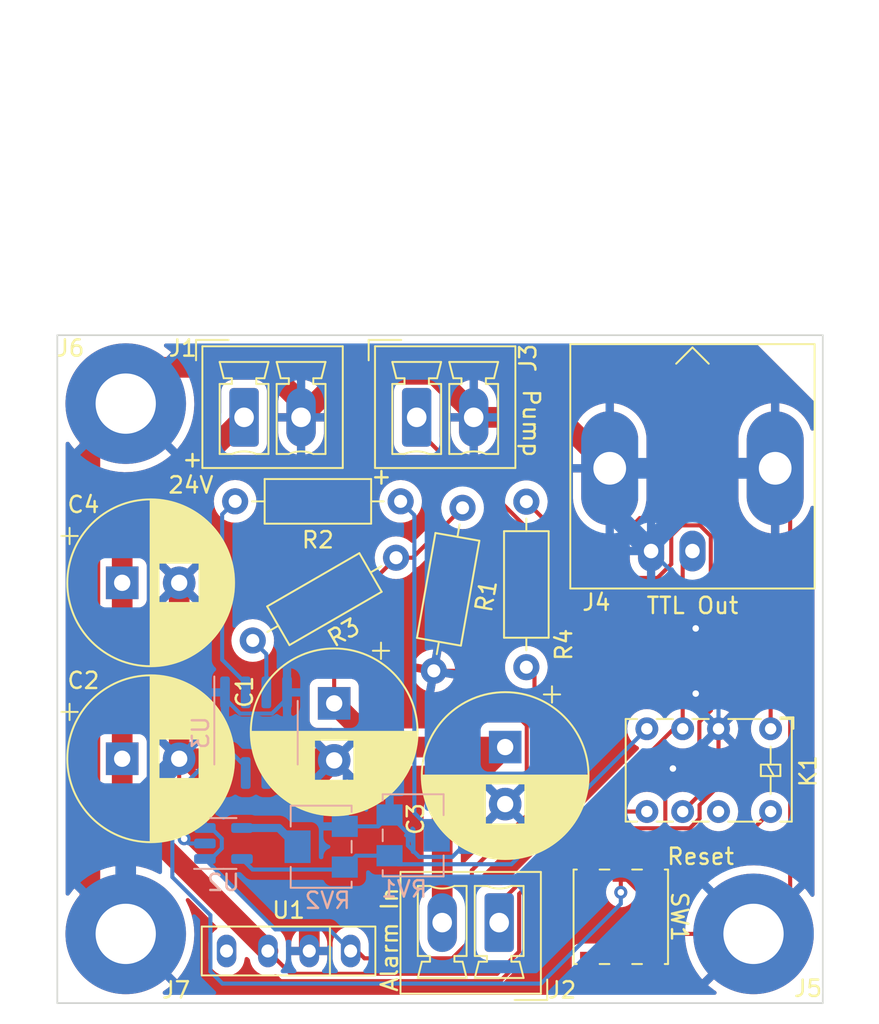
<source format=kicad_pcb>
(kicad_pcb (version 20211014) (generator pcbnew)
  (layers (0 "F.Cu" signal) (31 "B.Cu" signal) (34 "B.Paste" user) (35 "F.Paste" user) (36 "B.SilkS" user "B.Silkscreen") (37 "F.SilkS" user "F.Silkscreen") (38 "B.Mask" user) (39 "F.Mask" user) (44 "Edge.Cuts" user))
  (net 0 "")
  (net 1 "Delayed_Interlock")
  (net 2 "GND")
  (net 3 "+24V")
  (net 4 "TTL_Out")
  (net 5 "Net-(J3-Pad1)")
  (net 6 "Net-(K1-Pad1)")
  (net 7 "5.5V")
  (net 9 "Coil-")
  (net 10 "Threshold")
  (net 11 "Net-(R2-Pad2)")
  (net 12 "Net-(R3-Pad2)")
  (net 13 "6V")
  (net 14 "Net-(RV2-Pad2)")
  (footprint "Resistor_THT:R_Axial_DIN0207_L6.3mm_D2.5mm_P10.16mm_Horizontal" (layer "F.Cu") (at 188.799409 63.66 -150)
    (fp_text reference "R3" (at 5.08 -2.37 30) (layer "F.SilkS"))
    (fp_text value "0")
    (pad "1" thru_hole circle (at 0 0 210) (size 1.6 1.6) (drill 0.8) (layers *.Cu *.Mask) (net 1 "Delayed_Interlock"))
    (pad "2" thru_hole oval (at 10.16 0 210) (size 1.6 1.6) (drill 0.8) (layers *.Cu *.Mask) (net 12 "Net-(R3-Pad2)"))
  )
  (footprint "Connector_Coaxial:BNC_Amphenol_B6252HB-NPP3G-50_Horizontal" (layer "F.Cu") (at 207 63.25)
    (fp_text reference "J4" (at -5.9 3.15) (layer "F.SilkS"))
    (fp_text value "TTL Out")
    (pad "1" thru_hole oval (at 0 0) (size 1.6 2.5) (drill 0.89) (layers *.Cu *.Mask) (net 4 "TTL_Out"))
    (pad "2" thru_hole oval (at 5.08 -5.08) (size 3.5 7) (drill 2.01) (layers *.Cu *.Mask) (net 2 "GND"))
    (pad "2" thru_hole oval (at -2.54 0) (size 1.6 2.5) (drill 0.89) (layers *.Cu *.Mask) (net 2 "GND"))
    (pad "2" thru_hole oval (at -5.08 -5.08) (size 3.5 7) (drill 2.01) (layers *.Cu *.Mask) (net 2 "GND"))
  )
  (footprint "MountingHole:MountingHole_3.7mm_Pad" (layer "F.Cu") (at 210.75 86.75)
    (fp_text reference "J5" (at 3.35 3.35) (layer "F.SilkS"))
    (fp_text value "Conn_01x01_Female")
    (pad "1" thru_hole circle (at 0 0) (size 7.4 7.4) (drill 3.7) (layers *.Cu *.Mask) (net 2 "GND"))
  )
  (footprint "Regulator2:D24V5F" (layer "F.Cu") (at 182.2 87.8 180)
    (fp_text reference "U1" (at 0 2.5) (layer "F.SilkS"))
    (fp_text value "D24V5F")
    (pad "1" thru_hole oval (at -3.81 0 180) (size 1.2 2) (drill 0.8) (layers *.Cu *.Mask) (net 13 "6V"))
    (pad "2" thru_hole oval (at -1.27 0 180) (size 1.2 2) (drill 0.8) (layers *.Cu *.Mask) (net 2 "GND"))
    (pad "3" thru_hole oval (at 1.27 0 180) (size 1.2 2) (drill 0.8) (layers *.Cu *.Mask) (net 3 "+24V"))
    (pad "4" thru_hole oval (at 3.81 0 180) (size 1.2 2) (drill 0.8) (layers *.Cu *.Mask))
  )
  (footprint "Relay_THT:Relay_DPDT_AXICOM_IMSeries_Pitch5.08mm" (layer "F.Cu") (at 211.8 74.16 -90)
    (fp_text reference "K1" (at 2.6 -2.3 90) (layer "F.SilkS"))
    (fp_text value "IM23")
    (pad "1" thru_hole circle (at 0 0 270) (size 1.4 1.4) (drill 0.7) (layers *.Cu *.Mask) (net 6 "Net-(K1-Pad1)"))
    (pad "2" thru_hole circle (at 0 3.2 270) (size 1.4 1.4) (drill 0.7) (layers *.Cu *.Mask) (net 2 "GND"))
    (pad "3" thru_hole circle (at 0 5.4 270) (size 1.4 1.4) (drill 0.7) (layers *.Cu *.Mask) (net 4 "TTL_Out"))
    (pad "4" thru_hole circle (at 0 7.6 270) (size 1.4 1.4) (drill 0.7) (layers *.Cu *.Mask) (net 7 "5.5V"))
    (pad "5" thru_hole circle (at 5.08 7.6 270) (size 1.4 1.4) (drill 0.7) (layers *.Cu *.Mask) (net 3 "+24V"))
    (pad "6" thru_hole circle (at 5.08 5.4 270) (size 1.4 1.4) (drill 0.7) (layers *.Cu *.Mask) (net 5 "Net-(J3-Pad1)"))
    (pad "7" thru_hole circle (at 5.08 3.2 270) (size 1.4 1.4) (drill 0.7) (layers *.Cu *.Mask))
    (pad "8" thru_hole circle (at 5.08 0 270) (size 1.4 1.4) (drill 0.7) (layers *.Cu *.Mask) (net 9 "Coil-"))
  )
  (footprint "Connector_Phoenix_MC:PhoenixContact_MCV_1,5_2-G-3.5_1x02_P3.50mm_Vertical" (layer "F.Cu") (at 195.1325 86.0575 180)
    (fp_text reference "J2" (at -3.8675 -4.1425) (layer "F.SilkS"))
    (fp_text value "Alarm In")
    (pad "1" thru_hole roundrect (at 0 0 180) (size 1.8 3.6) (drill 1.2) (layers *.Cu *.Mask) (roundrect_rratio 0.138889) (net 4 "TTL_Out"))
    (pad "2" thru_hole oval (at 3.5 0 180) (size 1.8 3.6) (drill 1.2) (layers *.Cu *.Mask) (net 1 "Delayed_Interlock"))
  )
  (footprint "Capacitor_THT:CP_Radial_D10.0mm_P3.50mm" (layer "F.Cu") (at 171.982323 76)
    (fp_text reference "C2" (at -2.382323 -4.8) (layer "F.SilkS"))
    (fp_text value "470u")
    (pad "1" thru_hole rect (at 0 0) (size 2 2) (drill 1) (layers *.Cu *.Mask) (net 3 "+24V"))
    (pad "2" thru_hole circle (at 3.5 0) (size 2 2) (drill 1) (layers *.Cu *.Mask) (net 2 "GND"))
  )
  (footprint "Resistor_THT:R_Axial_DIN0207_L6.3mm_D2.5mm_P10.16mm_Horizontal" (layer "F.Cu") (at 192.882133 60.597177 -100)
    (fp_text reference "R1" (at 5.08 -2.37 80) (layer "F.SilkS"))
    (fp_text value "100k")
    (pad "1" thru_hole circle (at 0 0 260) (size 1.6 1.6) (drill 0.8) (layers *.Cu *.Mask) (net 1 "Delayed_Interlock"))
    (pad "2" thru_hole oval (at 10.16 0 260) (size 1.6 1.6) (drill 0.8) (layers *.Cu *.Mask) (net 2 "GND"))
  )
  (footprint "Connector_Phoenix_MC:PhoenixContact_MCV_1,5_2-G-3.5_1x02_P3.50mm_Vertical" (layer "F.Cu") (at 179.4675 55.0425)
    (fp_text reference "J1" (at -3.7675 -4.2425) (layer "F.SilkS"))
    (fp_text value "24V In")
    (pad "1" thru_hole roundrect (at 0 0) (size 1.8 3.6) (drill 1.2) (layers *.Cu *.Mask) (roundrect_rratio 0.138889) (net 3 "+24V"))
    (pad "2" thru_hole oval (at 3.5 0) (size 1.8 3.6) (drill 1.2) (layers *.Cu *.Mask) (net 2 "GND"))
  )
  (footprint "Capacitor_THT:CP_Radial_D10.0mm_P3.50mm" (layer "F.Cu") (at 171.982323 65.2)
    (fp_text reference "C4" (at -2.382323 -4.8) (layer "F.SilkS"))
    (fp_text value "470u")
    (pad "1" thru_hole rect (at 0 0) (size 2 2) (drill 1) (layers *.Cu *.Mask) (net 3 "+24V"))
    (pad "2" thru_hole circle (at 3.5 0) (size 2 2) (drill 1) (layers *.Cu *.Mask) (net 2 "GND"))
  )
  (footprint "MountingHole:MountingHole_3.7mm_Pad" (layer "F.Cu") (at 172.2 86.75)
    (fp_text reference "J7" (at 3.1 3.45) (layer "F.SilkS"))
    (fp_text value "Conn_01x01_Female")
    (pad "1" thru_hole circle (at 0 0) (size 7.4 7.4) (drill 3.7) (layers *.Cu *.Mask) (net 2 "GND"))
  )
  (footprint "Resistor_THT:R_Axial_DIN0207_L6.3mm_D2.5mm_P10.16mm_Horizontal" (layer "F.Cu") (at 196.8 60.22 -90)
    (fp_text reference "R4" (at 8.78 -2.3 90) (layer "F.SilkS"))
    (fp_text value "25")
    (pad "1" thru_hole circle (at 0 0 270) (size 1.6 1.6) (drill 0.8) (layers *.Cu *.Mask) (net 6 "Net-(K1-Pad1)"))
    (pad "2" thru_hole oval (at 10.16 0 270) (size 1.6 1.6) (drill 0.8) (layers *.Cu *.Mask) (net 13 "6V"))
  )
  (footprint "Capacitor_THT:CP_Radial_D10.0mm_P3.50mm" (layer "F.Cu") (at 185 72.6 -90)
    (fp_text reference "C1" (at -0.7 5.5 90) (layer "F.SilkS"))
    (fp_text value "470u")
    (pad "1" thru_hole rect (at 0 0 270) (size 2 2) (drill 1) (layers *.Cu *.Mask) (net 1 "Delayed_Interlock"))
    (pad "2" thru_hole circle (at 3.5 0 270) (size 2 2) (drill 1) (layers *.Cu *.Mask) (net 2 "GND"))
  )
  (footprint "Capacitor_THT:CP_Radial_D10.0mm_P3.50mm" (layer "F.Cu") (at 195.5 75.282323 -90)
    (fp_text reference "C3" (at 4.417677 5.5 90) (layer "F.SilkS"))
    (fp_text value "470u")
    (pad "1" thru_hole rect (at 0 0 270) (size 2 2) (drill 1) (layers *.Cu *.Mask) (net 1 "Delayed_Interlock"))
    (pad "2" thru_hole circle (at 3.5 0 270) (size 2 2) (drill 1) (layers *.Cu *.Mask) (net 2 "GND"))
  )
  (footprint "Button_Switch2:E-Switch_TL2233" (layer "F.Cu") (at 202.6 85.7 -90)
    (fp_text reference "SW1" (at 0 -3.6 -90 unlocked) (layer "F.SilkS"))
    (fp_text value "Reset")
    (pad "1" smd rect (at -3.325 -2 270) (size 2.35 1) (layers "F.Cu" "F.Paste" "F.Mask"))
    (pad "2" smd rect (at -3.325 0 270) (size 2.35 1) (layers "F.Cu" "F.Paste" "F.Mask") (net 9 "Coil-"))
    (pad "3" smd rect (at -3.325 2 270) (size 2.35 1) (layers "F.Cu" "F.Paste" "F.Mask") (net 2 "GND"))
    (pad "4" smd rect (at 3.325 -2 270) (size 2.35 1) (layers "F.Cu" "F.Paste" "F.Mask"))
    (pad "5" smd rect (at 3.325 0 270) (size 2.35 1) (layers "F.Cu" "F.Paste" "F.Mask"))
    (pad "6" smd rect (at 3.325 2 270) (size 2.35 1) (layers "F.Cu" "F.Paste" "F.Mask"))
  )
  (footprint "Resistor_THT:R_Axial_DIN0207_L6.3mm_D2.5mm_P10.16mm_Horizontal" (layer "F.Cu") (at 189.08 60.2 180)
    (fp_text reference "R2" (at 5.08 -2.37) (layer "F.SilkS"))
    (fp_text value "0")
    (pad "1" thru_hole circle (at 0 0 180) (size 1.6 1.6) (drill 0.8) (layers *.Cu *.Mask) (net 10 "Threshold"))
    (pad "2" thru_hole oval (at 10.16 0 180) (size 1.6 1.6) (drill 0.8) (layers *.Cu *.Mask) (net 11 "Net-(R2-Pad2)"))
  )
  (footprint "MountingHole:MountingHole_3.7mm_Pad" (layer "F.Cu") (at 172.2 54.2)
    (fp_text reference "J6" (at -3.4 -3.4) (layer "F.SilkS"))
    (fp_text value "Conn_01x01_Female")
    (pad "1" thru_hole circle (at 0 0) (size 7.4 7.4) (drill 3.7) (layers *.Cu *.Mask) (net 2 "GND"))
  )
  (footprint "Connector_Phoenix_MC:PhoenixContact_MCV_1,5_2-G-3.5_1x02_P3.50mm_Vertical" (layer "F.Cu") (at 190.0675 55.0425)
    (fp_text reference "J3" (at 6.8325 -3.6425 90) (layer "F.SilkS"))
    (fp_text value "Pump Power")
    (pad "1" thru_hole roundrect (at 0 0) (size 1.8 3.6) (drill 1.2) (layers *.Cu *.Mask) (roundrect_rratio 0.138889) (net 5 "Net-(J3-Pad1)"))
    (pad "2" thru_hole oval (at 3.5 0) (size 1.8 3.6) (drill 1.2) (layers *.Cu *.Mask) (net 2 "GND"))
  )
  (footprint "Potentiometer_SMD:Potentiometer_Bourns_3214W_Vertical" (layer "B.Cu") (at 189.85 80.7 -90)
    (fp_text reference "RV1" (at 3.3 0.55 180) (layer "B.SilkS") (effects (justify mirror)))
    (fp_text value "10k")
    (pad "1" smd rect (at 1.25 1.45 270) (size 1.3 1.6) (layers "B.Cu" "B.Paste" "B.Mask") (net 7 "5.5V"))
    (pad "2" smd rect (at 0 -1.45 270) (size 2 1.6) (layers "B.Cu" "B.Paste" "B.Mask") (net 10 "Threshold"))
    (pad "3" smd rect (at -1.25 1.45 270) (size 1.3 1.6) (layers "B.Cu" "B.Paste" "B.Mask") (net 2 "GND"))
  )
  (footprint "Package_TO_SOT_SMD:SOT-23-5" (layer "B.Cu") (at 178.2 81.2)
    (fp_text reference "U2" (at 0 2.4) (layer "B.SilkS") (effects (justify mirror)))
    (fp_text value "AP2126K-ADJ")
    (pad "1" smd roundrect (at -1.1375 0.95) (size 1.325 0.6) (layers "B.Cu" "B.Paste" "B.Mask") (net 13 "6V"))
    (pad "2" smd roundrect (at -1.1375 0) (size 1.325 0.6) (layers "B.Cu" "B.Paste" "B.Mask") (net 2 "GND"))
    (pad "3" smd roundrect (at -1.1375 -0.95) (size 1.325 0.6) (layers "B.Cu" "B.Paste" "B.Mask") (net 13 "6V"))
    (pad "4" smd roundrect (at 1.1375 -0.95) (size 1.325 0.6) (layers "B.Cu" "B.Paste" "B.Mask") (net 14 "Net-(RV2-Pad2)"))
    (pad "5" smd roundrect (at 1.1375 0.95) (size 1.325 0.6) (layers "B.Cu" "B.Paste" "B.Mask") (net 7 "5.5V"))
  )
  (footprint "Package_SO:SOIC-8_3.9x4.9mm_P1.27mm" (layer "B.Cu") (at 180.2 74.4 -90)
    (fp_text reference "U3" (at 0 3.4 90) (layer "B.SilkS") (effects (justify mirror)))
    (fp_text value "LM311")
    (pad "1" smd roundrect (at -2.475 1.905 270) (size 1.95 0.6) (layers "B.Cu" "B.Paste" "B.Mask") (net 2 "GND"))
    (pad "2" smd roundrect (at -2.475 0.635 270) (size 1.95 0.6) (layers "B.Cu" "B.Paste" "B.Mask") (net 11 "Net-(R2-Pad2)"))
    (pad "3" smd roundrect (at -2.475 -0.635 270) (size 1.95 0.6) (layers "B.Cu" "B.Paste" "B.Mask") (net 12 "Net-(R3-Pad2)"))
    (pad "4" smd roundrect (at -2.475 -1.905 270) (size 1.95 0.6) (layers "B.Cu" "B.Paste" "B.Mask") (net 2 "GND"))
    (pad "5" smd roundrect (at 2.475 -1.905 270) (size 1.95 0.6) (layers "B.Cu" "B.Paste" "B.Mask"))
    (pad "6" smd roundrect (at 2.475 -0.635 270) (size 1.95 0.6) (layers "B.Cu" "B.Paste" "B.Mask"))
    (pad "7" smd roundrect (at 2.475 0.635 270) (size 1.95 0.6) (layers "B.Cu" "B.Paste" "B.Mask") (net 9 "Coil-"))
    (pad "8" smd roundrect (at 2.475 1.905 270) (size 1.95 0.6) (layers "B.Cu" "B.Paste" "B.Mask") (net 13 "6V"))
  )
  (footprint "Potentiometer_SMD:Potentiometer_Bourns_3214W_Vertical" (layer "B.Cu") (at 184.2 81.4 90)
    (fp_text reference "RV2" (at -3.3 0.4 180) (layer "B.SilkS") (effects (justify mirror)))
    (fp_text value "10k")
    (pad "1" smd rect (at 1.25 1.45 90) (size 1.3 1.6) (layers "B.Cu" "B.Paste" "B.Mask") (net 2 "GND"))
    (pad "2" smd rect (at 0 -1.45 90) (size 2 1.6) (layers "B.Cu" "B.Paste" "B.Mask") (net 14 "Net-(RV2-Pad2)"))
    (pad "3" smd rect (at -1.25 1.45 90) (size 1.3 1.6) (layers "B.Cu" "B.Paste" "B.Mask") (net 7 "5.5V"))
  )
  (gr_line (start 168 91) (end 215 91) (layer "Edge.Cuts") (width 0.1))
  (gr_line (start 215 50) (end 168 50) (layer "Edge.Cuts") (width 0.1))
  (gr_line (start 168 50) (end 168 91) (layer "Edge.Cuts") (width 0.1))
  (gr_line (start 215 91) (end 215 50) (layer "Edge.Cuts") (width 0.1))
  (gr_text "24V" (at 176.2 59.2) (layer "F.SilkS") (effects (font (size 1 1))))
  (gr_text "Reset" (at 207.5 82) (layer "F.SilkS") (effects (font (size 1 1))))
  (gr_text "Pump" (at 197.1 55.4 270) (layer "F.SilkS") (effects (font (size 1 1))))
  (gr_text "Alarm In" (at 188.4 87.1 90) (layer "F.SilkS") (effects (font (size 1 1))))
  (gr_text "TTL Out" (at 207 66.6) (layer "F.SilkS") (effects (font (size 1 1))))
  (gr_text "+" (at 176.3 57.6) (layer "F.SilkS") (effects (font (size 1 1))))
  (gr_text "+" (at 187.9 58.65) (layer "F.SilkS") (effects (font (size 1 1))))
  (segment (start 191.6325 79.149823) (end 195.5 75.282323) (width 1.27) (layer "F.Cu") (net 1))
  (segment (start 185 72.6) (end 185 67.459409) (width 0.25) (layer "F.Cu") (net 1))
  (segment (start 191.6325 86.0575) (end 191.6325 79.149823) (width 1.27) (layer "F.Cu") (net 1))
  (segment (start 187.682323 75.282323) (end 185 72.6) (width 1.27) (layer "F.Cu") (net 1))
  (segment (start 185 67.459409) (end 188.799409 63.66) (width 0.25) (layer "F.Cu") (net 1))
  (segment (start 195.5 75.282323) (end 187.682323 75.282323) (width 1.27) (layer "F.Cu") (net 1))
  (segment (start 189.81931 63.66) (end 188.799409 63.66) (width 0.25) (layer "F.Cu") (net 1))
  (segment (start 192.882133 60.597177) (end 189.81931 63.66) (width 0.25) (layer "F.Cu") (net 1))
  (segment (start 175.1 89.65) (end 172.2 86.75) (width 0.25) (layer "F.Cu") (net 2))
  (segment (start 170 56.4) (end 170 84.55) (width 1.27) (layer "F.Cu") (net 2))
  (segment (start 182.9675 54.1425) (end 180.7975 51.9725) (width 1.27) (layer "F.Cu") (net 2))
  (segment (start 193.5675 55.0425) (end 198.7925 55.0425) (width 1.27) (layer "F.Cu") (net 2))
  (segment (start 170 84.55) (end 172.2 86.75) (width 1.27) (layer "F.Cu") (net 2))
  (segment (start 193.5675 54.808078) (end 191.159422 52.4) (width 1.27) (layer "F.Cu") (net 2))
  (segment (start 205.335 80.265) (end 206.835 80.265) (width 0.25) (layer "F.Cu") (net 2))
  (segment (start 205.8 76.6) (end 205.335 77.065) (width 0.25) (layer "F.Cu") (net 2))
  (segment (start 193.5675 58.578491) (end 193.5675 55.0425) (width 0.25) (layer "F.Cu") (net 2))
  (segment (start 198.239009 63.25) (end 193.5675 58.578491) (width 0.25) (layer "F.Cu") (net 2))
  (segment (start 193.5675 55.0425) (end 193.5675 54.808078) (width 1.27) (layer "F.Cu") (net 2))
  (segment (start 204.46 63.25) (end 198.239009 63.25) (width 0.25) (layer "F.Cu") (net 2))
  (segment (start 207.438198 78.838198) (end 208.6 77.676396) (width 0.25) (layer "F.Cu") (net 2))
  (segment (start 180.7975 51.9725) (end 174.4275 51.9725) (width 1.27) (layer "F.Cu") (net 2))
  (segment (start 172.2 54.2) (end 170 56.4) (width 1.27) (layer "F.Cu") (net 2))
  (segment (start 193.470501 70.602824) (end 191.117868 70.602824) (width 0.25) (layer "F.Cu") (net 2))
  (segment (start 202.035 80.265) (end 205.335 80.265) (width 0.25) (layer "F.Cu") (net 2))
  (segment (start 210.75 86.75) (end 213 84.5) (width 0.25) (layer "F.Cu") (net 2))
  (segment (start 195.189569 89.65) (end 175.1 89.65) (width 0.25) (layer "F.Cu") (net 2))
  (segment (start 207.2 72) (end 207.2 68) (width 0.25) (layer "F.Cu") (net 2))
  (segment (start 175.482323 76) (end 184.9 76) (width 1.27) (layer "F.Cu") (net 2))
  (segment (start 208.6 77.676396) (end 208.6 74.16) (width 0.25) (layer "F.Cu") (net 2))
  (segment (start 200.6 81.7) (end 202.035 80.265) (width 0.25) (layer "F.Cu") (net 2))
  (segment (start 198.089569 86.75) (end 195.189569 89.65) (width 0.25) (layer "F.Cu") (net 2))
  (segment (start 195.5 78.782323) (end 196.825 77.457323) (width 0.25) (layer "F.Cu") (net 2))
  (segment (start 207.438198 79.661802) (end 207.438198 78.838198) (width 0.25) (layer "F.Cu") (net 2))
  (segment (start 200.6 83.8) (end 203.55 86.75) (width 0.25) (layer "F.Cu") (net 2))
  (segment (start 205.335 77.065) (end 205.335 80.265) (width 0.25) (layer "F.Cu") (net 2))
  (segment (start 213 59.09) (end 212.08 58.17) (width 0.25) (layer "F.Cu") (net 2))
  (segment (start 185.61 52.4) (end 182.9675 55.0425) (width 1.27) (layer "F.Cu") (net 2))
  (segment (start 182.9675 55.0425) (end 182.9675 54.1425) (width 1.27) (layer "F.Cu") (net 2))
  (segment (start 183.47 77.63) (end 185 76.1) (width 1.27) (layer "F.Cu") (net 2))
  (segment (start 175.482323 80.606475) (end 175.482323 76) (width 0.25) (layer "F.Cu") (net 2))
  (segment (start 200.6 82.375) (end 200.6 83.8) (width 0.25) (layer "F.Cu") (net 2))
  (segment (start 191.159422 52.4) (end 185.61 52.4) (width 1.27) (layer "F.Cu") (net 2))
  (segment (start 200.6 82.375) (end 200.6 81.7) (width 0.25) (layer "F.Cu") (net 2))
  (segment (start 174.4275 51.9725) (end 172.2 54.2) (width 1.27) (layer "F.Cu") (net 2))
  (segment (start 183.47 87.8) (end 183.47 77.63) (width 1.27) (layer "F.Cu") (net 2))
  (segment (start 196.825 77.457323) (end 196.825 73.957323) (width 0.25) (layer "F.Cu") (net 2))
  (segment (start 206.835 80.265) (end 207.438198 79.661802) (width 0.25) (layer "F.Cu") (net 2))
  (segment (start 175.482323 76) (end 175.482323 65.2) (width 1.27) (layer "F.Cu") (net 2))
  (segment (start 204.15 86.75) (end 210.75 86.75) (width 0.25) (layer "F.Cu") (net 2))
  (segment (start 204.15 86.75) (end 198.089569 86.75) (width 0.25) (layer "F.Cu") (net 2))
  (segment (start 175.787924 80.912076) (end 175.482323 80.606475) (width 0.25) (layer "F.Cu") (net 2))
  (segment (start 196.825 73.957323) (end 193.470501 70.602824) (width 0.25) (layer "F.Cu") (net 2))
  (segment (start 203.55 86.75) (end 204.15 86.75) (width 0.25) (layer "F.Cu") (net 2))
  (segment (start 198.7925 55.0425) (end 201.92 58.17) (width 1.27) (layer "F.Cu") (net 2))
  (segment (start 184.9 76) (end 185 76.1) (width 1.27) (layer "F.Cu") (net 2))
  (segment (start 213 84.5) (end 213 59.09) (width 0.25) (layer "F.Cu") (net 2))
  (via (at 207.2 72) (size 0.8) (drill 0.4) (layers "F.Cu" "B.Cu") (net 2))
  (via (at 207.2 68) (size 0.8) (drill 0.4) (layers "F.Cu" "B.Cu") (net 2))
  (via (at 205.8 76.6) (size 0.8) (drill 0.4) (layers "F.Cu" "B.Cu") (net 2))
  (via (at 175.787924 80.912076) (size 0.8) (drill 0.4) (layers "F.Cu" "B.Cu") (net 2))
  (segment (start 204.46 62.77) (end 204.46 63.25) (width 1.27) (layer "B.Cu") (net 2))
  (segment (start 204.46 65.26) (end 204.46 63.25) (width 0.25) (layer "B.Cu") (net 2))
  (segment (start 185.65 80.15) (end 185.65 76.75) (width 0.25) (layer "B.Cu") (net 2))
  (segment (start 185.65 80.15) (end 187.7 80.15) (width 0.25) (layer "B.Cu") (net 2))
  (segment (start 187.7 80.15) (end 188.4 79.45) (width 0.25) (layer "B.Cu") (net 2))
  (segment (start 182.105 73.205) (end 185 76.1) (width 0.25) (layer "B.Cu") (net 2))
  (segment (start 178.295 72.301751) (end 179.218249 73.225) (width 0.25) (layer "B.Cu") (net 2))
  (segment (start 177.0625 81.2) (end 176.075848 81.2) (width 0.25) (layer "B.Cu") (net 2))
  (segment (start 182.105 72.301751) (end 182.105 71.925) (width 0.25) (layer "B.Cu") (net 2))
  (segment (start 201.92 58.17) (end 212.08 58.17) (width 1.27) (layer "B.Cu") (net 2))
  (segment (start 206.16 76.6) (end 205.8 76.6) (width 0.25) (layer "B.Cu") (net 2))
  (segment (start 212.08 58.17) (end 209.06 58.17) (width 1.27) (layer "B.Cu") (net 2))
  (segment (start 181.181751 73.225) (end 182.105 72.301751) (width 0.25) (layer "B.Cu") (net 2))
  (segment (start 204.46 69.822323) (end 195.5 78.782323) (width 0.25) (layer "B.Cu") (net 2))
  (segment (start 207.2 72.76) (end 207.2 72) (width 0.25) (layer "B.Cu") (net 2))
  (segment (start 208.6 74.16) (end 207.2 72.76) (width 0.25) (layer "B.Cu") (net 2))
  (segment (start 190.225 82.025) (end 189.525 81.325) (width 0.25) (layer "B.Cu") (net 2))
  (segment (start 207.2 68) (end 204.46 65.26) (width 0.25) (layer "B.Cu") (net 2))
  (segment (start 178.295 71.925) (end 178.295 72.301751) (width 0.25) (layer "B.Cu") (net 2))
  (segment (start 185.65 76.75) (end 185 76.1) (width 0.25) (layer "B.Cu") (net 2))
  (segment (start 189.525 81.325) (end 189.525 80.575) (width 0.25) (layer "B.Cu") (net 2))
  (segment (start 201.92 58.17) (end 201.92 60.71) (width 1.27) (layer "B.Cu") (net 2))
  (segment (start 189.525 80.575) (end 188.4 79.45) (width 0.25) (layer "B.Cu") (net 2))
  (segment (start 176.075848 81.2) (end 175.787924 80.912076) (width 0.25) (layer "B.Cu") (net 2))
  (segment (start 195.5 78.782323) (end 192.257323 82.025) (width 0.25) (layer "B.Cu") (net 2))
  (segment (start 172.2 86.75) (end 172.2 79.282323) (width 1.27) (layer "B.Cu") (net 2))
  (segment (start 204.46 63.25) (end 204.46 69.822323) (width 0.25) (layer "B.Cu") (net 2))
  (segment (start 208.6 67.39) (end 204.46 63.25) (width 0.25) (layer "B.Cu") (net 2))
  (segment (start 201.92 60.71) (end 204.46 63.25) (width 1.27) (layer "B.Cu") (net 2))
  (segment (start 208.6 74.16) (end 208.6 67.39) (width 0.25) (layer "B.Cu") (net 2))
  (segment (start 172.2 79.282323) (end 175.482323 76) (width 1.27) (layer "B.Cu") (net 2))
  (segment (start 208.6 74.16) (end 206.16 76.6) (width 0.25) (layer "B.Cu") (net 2))
  (segment (start 192.257323 82.025) (end 190.225 82.025) (width 0.25) (layer "B.Cu") (net 2))
  (segment (start 179.218249 73.225) (end 181.181751 73.225) (width 0.25) (layer "B.Cu") (net 2))
  (segment (start 182.105 71.925) (end 182.105 73.205) (width 0.25) (layer "B.Cu") (net 2))
  (segment (start 209.06 58.17) (end 204.46 62.77) (width 1.27) (layer "B.Cu") (net 2))
  (segment (start 171.982323 62.527677) (end 171.982323 65.2) (width 1.27) (layer "F.Cu") (net 3))
  (segment (start 195.003173 89.2) (end 182.33 89.2) (width 0.25) (layer "F.Cu") (net 3))
  (segment (start 171.982323 65.2) (end 171.982323 76) (width 1.27) (layer "F.Cu") (net 3))
  (segment (start 171.982323 78.852323) (end 180.93 87.8) (width 1.27) (layer "F.Cu") (net 3))
  (segment (start 179.4675 55.0425) (end 171.982323 62.527677) (width 1.27) (layer "F.Cu") (net 3))
  (segment (start 171.982323 76) (end 171.982323 78.852323) (width 1.27) (layer "F.Cu") (net 3))
  (segment (start 182.33 89.2) (end 180.93 87.8) (width 0.25) (layer "F.Cu") (net 3))
  (segment (start 201.41 79.24) (end 196.3575 84.2925) (width 0.25) (layer "F.Cu") (net 3))
  (segment (start 204.2 79.24) (end 201.41 79.24) (width 0.25) (layer "F.Cu") (net 3))
  (segment (start 196.3575 84.2925) (end 196.3575 87.845673) (width 0.25) (layer "F.Cu") (net 3))
  (segment (start 196.3575 87.845673) (end 195.003173 89.2) (width 0.25) (layer "F.Cu") (net 3))
  (segment (start 195.1325 84.881104) (end 205.853604 74.16) (width 0.25) (layer "F.Cu") (net 4))
  (segment (start 195.1325 86.0575) (end 195.1325 84.881104) (width 0.25) (layer "F.Cu") (net 4))
  (segment (start 205.853604 74.16) (end 206.4 74.16) (width 0.25) (layer "F.Cu") (net 4))
  (segment (start 206.4 74.16) (end 206.4 63.85) (width 0.25) (layer "F.Cu") (net 4))
  (segment (start 206.4 63.85) (end 207 63.25) (width 0.25) (layer "F.Cu") (net 4))
  (segment (start 208.125 73.035431) (end 208.125 62.33401) (width 0.25) (layer "F.Cu") (net 5))
  (segment (start 207.46599 61.675) (end 206.325 61.675) (width 0.25) (layer "F.Cu") (net 5))
  (segment (start 204.85099 64.9) (end 199.2 64.9) (width 0.25) (layer "F.Cu") (net 5))
  (segment (start 205.7 64.05099) (end 204.85099 64.9) (width 0.25) (layer "F.Cu") (net 5))
  (segment (start 207.425 73.735431) (end 208.125 73.035431) (width 0.25) (layer "F.Cu") (net 5))
  (segment (start 190.0675 55.7675) (end 190.0675 55.0425) (width 0.25) (layer "F.Cu") (net 5))
  (segment (start 206.4 79.24) (end 207.425 78.215) (width 0.25) (layer "F.Cu") (net 5))
  (segment (start 207.425 78.215) (end 207.425 73.735431) (width 0.25) (layer "F.Cu") (net 5))
  (segment (start 206.325 61.675) (end 205.7 62.3) (width 0.25) (layer "F.Cu") (net 5))
  (segment (start 208.125 62.33401) (end 207.46599 61.675) (width 0.25) (layer "F.Cu") (net 5))
  (segment (start 205.7 62.3) (end 205.7 64.05099) (width 0.25) (layer "F.Cu") (net 5))
  (segment (start 199.2 64.9) (end 190.0675 55.7675) (width 0.25) (layer "F.Cu") (net 5))
  (segment (start 211.8 74.16) (end 211.8 65.372614) (width 0.25) (layer "F.Cu") (net 6))
  (segment (start 198.88 62.3) (end 196.8 60.22) (width 0.25) (layer "F.Cu") (net 6))
  (segment (start 202.7 62.3) (end 198.88 62.3) (width 0.25) (layer "F.Cu") (net 6))
  (segment (start 211.8 65.372614) (end 207.652386 61.225) (width 0.25) (layer "F.Cu") (net 6))
  (segment (start 207.652386 61.225) (end 203.775 61.225) (width 0.25) (layer "F.Cu") (net 6))
  (segment (start 203.775 61.225) (end 202.7 62.3) (width 0.25) (layer "F.Cu") (net 6))
  (segment (start 179.9875 82.8) (end 179.3375 82.15) (width 0.25) (layer "B.Cu") (net 7))
  (segment (start 188.4 81.95) (end 186.35 81.95) (width 0.25) (layer "B.Cu") (net 7))
  (segment (start 188.925 82.475) (end 195.885 82.475) (width 0.25) (layer "B.Cu") (net 7))
  (segment (start 185.5 82.8) (end 179.9875 82.8) (width 0.25) (layer "B.Cu") (net 7))
  (segment (start 186.35 81.95) (end 185.65 82.65) (width 0.25) (layer "B.Cu") (net 7))
  (segment (start 195.885 82.475) (end 204.2 74.16) (width 0.25) (layer "B.Cu") (net 7))
  (segment (start 188.4 81.95) (end 188.925 82.475) (width 0.25) (layer "B.Cu") (net 7))
  (segment (start 185.65 82.65) (end 185.5 82.8) (width 0.25) (layer "B.Cu") (net 7))
  (segment (start 203.65 84.1) (end 206.94 84.1) (width 0.25) (layer "F.Cu") (net 9))
  (segment (start 202.6 83.05) (end 203.65 84.1) (width 0.25) (layer "F.Cu") (net 9))
  (segment (start 206.94 84.1) (end 211.8 79.24) (width 0.25) (layer "F.Cu") (net 9))
  (segment (start 202.6 82.375) (end 202.6 83.05) (width 0.25) (layer "F.Cu") (net 9))
  (segment (start 202.6 84.2) (end 202.6 82.375) (width 0.25) (layer "F.Cu") (net 9))
  (via (at 202.6 84.2) (size 0.8) (drill 0.4) (layers "F.Cu" "B.Cu") (net 9))
  (segment (start 202.6 84.9) (end 202.6 84.2) (width 0.25) (layer "B.Cu") (net 9))
  (segment (start 175.062924 78.337076) (end 175.062924 83.263103) (width 0.25) (layer "B.Cu") (net 9))
  (segment (start 177.4 89.058602) (end 178.141398 89.8) (width 0.25) (layer "B.Cu") (net 9))
  (segment (start 179.565 76.875) (end 179.565 76.498249) (width 0.25) (layer "B.Cu") (net 9))
  (segment (start 179.565 76.498249) (end 178.641751 75.575) (width 0.25) (layer "B.Cu") (net 9))
  (segment (start 175.062924 83.263103) (end 177.4 85.600179) (width 0.25) (layer "B.Cu") (net 9))
  (segment (start 197.7 89.8) (end 202.6 84.9) (width 0.25) (layer "B.Cu") (net 9))
  (segment (start 177.825 75.575) (end 175.062924 78.337076) (width 0.25) (layer "B.Cu") (net 9))
  (segment (start 177.4 85.600179) (end 177.4 89.058602) (width 0.25) (layer "B.Cu") (net 9))
  (segment (start 178.141398 89.8) (end 197.7 89.8) (width 0.25) (layer "B.Cu") (net 9))
  (segment (start 178.641751 75.575) (end 177.825 75.575) (width 0.25) (layer "B.Cu") (net 9))
  (segment (start 189.924409 79.324409) (end 189.924409 61.044409) (width 0.25) (layer "B.Cu") (net 10))
  (segment (start 191.3 80.7) (end 189.924409 79.324409) (width 0.25) (layer "B.Cu") (net 10))
  (segment (start 189.924409 61.044409) (end 189.08 60.2) (width 0.25) (layer "B.Cu") (net 10))
  (segment (start 178.120001 60.999999) (end 178.120001 69.920001) (width 0.25) (layer "B.Cu") (net 11))
  (segment (start 178.92 60.2) (end 178.120001 60.999999) (width 0.25) (layer "B.Cu") (net 11))
  (segment (start 179.565 71.365) (end 179.565 71.925) (width 0.25) (layer "B.Cu") (net 11))
  (segment (start 178.120001 69.920001) (end 179.565 71.365) (width 0.25) (layer "B.Cu") (net 11))
  (segment (start 180.835 69.574409) (end 180.835 71.925) (width 0.25) (layer "B.Cu") (net 12))
  (segment (start 180.000591 68.74) (end 180.835 69.574409) (width 0.25) (layer "B.Cu") (net 12))
  (segment (start 186.86 88.25) (end 192.254287 88.25) (width 0.25) (layer "F.Cu") (net 13))
  (segment (start 197.3 70.88) (end 196.8 70.38) (width 0.25) (layer "F.Cu") (net 13))
  (segment (start 186.01 87.8) (end 186.41 87.8) (width 0.25) (layer "F.Cu") (net 13))
  (segment (start 197.3 79) (end 197.3 70.88) (width 0.25) (layer "F.Cu") (net 13))
  (segment (start 186.41 87.8) (end 186.86 88.25) (width 0.25) (layer "F.Cu") (net 13))
  (segment (start 193.451786 87.052501) (end 193.451786 82.848214) (width 0.25) (layer "F.Cu") (net 13))
  (segment (start 192.254287 88.25) (end 193.451786 87.052501) (width 0.25) (layer "F.Cu") (net 13))
  (segment (start 193.451786 82.848214) (end 197.3 79) (width 0.25) (layer "F.Cu") (net 13))
  (segment (start 177.446751 80.25) (end 177.0625 80.25) (width 0.25) (layer "B.Cu") (net 13))
  (segment (start 178.1 81.496751) (end 178.1 80.903249) (width 0.25) (layer "B.Cu") (net 13))
  (segment (start 177.0625 82.15) (end 181.3875 86.475) (width 0.25) (layer "B.Cu") (net 13))
  (segment (start 177.446751 82.15) (end 178.1 81.496751) (width 0.25) (layer "B.Cu") (net 13))
  (segment (start 184.685 86.475) (end 186.01 87.8) (width 0.25) (layer "B.Cu") (net 13))
  (segment (start 178.1 80.903249) (end 177.446751 80.25) (width 0.25) (layer "B.Cu") (net 13))
  (segment (start 177.0625 80.25) (end 177.0625 78.1075) (width 0.25) (layer "B.Cu") (net 13))
  (segment (start 177.0625 82.15) (end 177.446751 82.15) (width 0.25) (layer "B.Cu") (net 13))
  (segment (start 181.3875 86.475) (end 184.685 86.475) (width 0.25) (layer "B.Cu") (net 13))
  (segment (start 177.0625 78.1075) (end 178.295 76.875) (width 0.25) (layer "B.Cu") (net 13))
  (segment (start 179.3375 80.25) (end 181.6 80.25) (width 0.5) (layer "B.Cu") (net 14))
  (segment (start 181.6 80.25) (end 182.75 81.4) (width 0.5) (layer "B.Cu") (net 14))
  (zone (net 2) (net_name "GND") (layers F&B.Cu) (connect_pads (clearance 0.508)) (min_thickness 0.254) (fill yes (thermal_gap 0.508) (thermal_bridge_width 0.508))
    (polygon (pts (xy 210.8 50.4) (xy 214.6 54.2) (xy 214.6 86.8) (xy 210.8 90.6) (xy 172.2 90.6) (xy 168.4 86.8) (xy 168.4 54.2) (xy 172.2 50.4)))
  )
)
</source>
